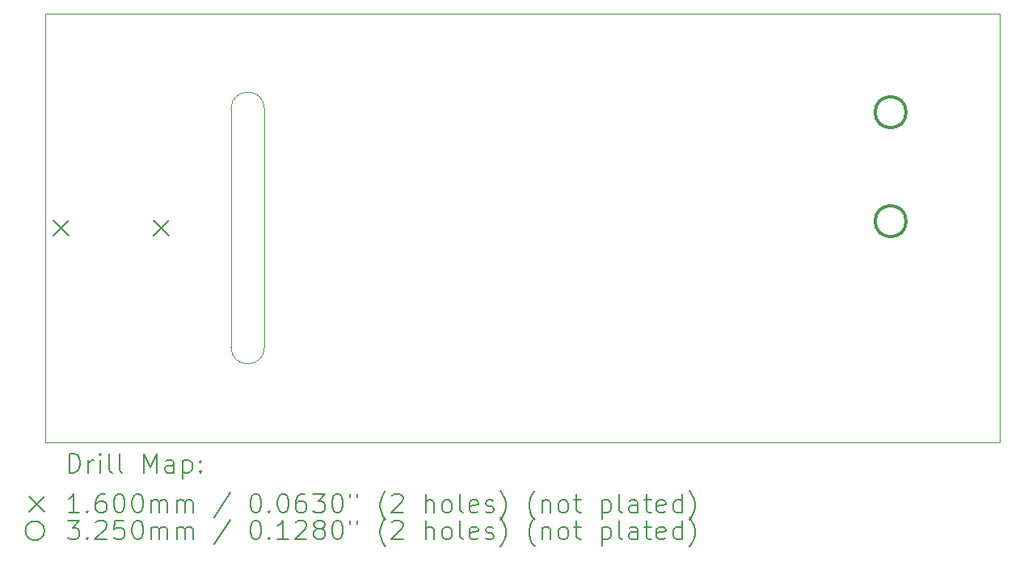
<source format=gbr>
%TF.GenerationSoftware,KiCad,Pcbnew,8.0.1*%
%TF.CreationDate,2024-03-27T20:13:24+01:00*%
%TF.ProjectId,ETH1HMSR-SMS,45544831-484d-4535-922d-534d532e6b69,rev?*%
%TF.SameCoordinates,Original*%
%TF.FileFunction,Drillmap*%
%TF.FilePolarity,Positive*%
%FSLAX45Y45*%
G04 Gerber Fmt 4.5, Leading zero omitted, Abs format (unit mm)*
G04 Created by KiCad (PCBNEW 8.0.1) date 2024-03-27 20:13:24*
%MOMM*%
%LPD*%
G01*
G04 APERTURE LIST*
%ADD10C,0.100000*%
%ADD11C,0.200000*%
%ADD12C,0.160000*%
%ADD13C,0.325000*%
G04 APERTURE END LIST*
D10*
X12300000Y-9500000D02*
X12300000Y-7000000D01*
X11950000Y-7000000D02*
X11950000Y-9500000D01*
X10000000Y-6000000D02*
X20000000Y-6000000D01*
X20000000Y-10500000D01*
X10000000Y-10500000D01*
X10000000Y-6000000D01*
X11950000Y-7000000D02*
G75*
G02*
X12300000Y-7000000I175000J0D01*
G01*
X12300000Y-9500000D02*
G75*
G02*
X11950000Y-9500000I-175000J0D01*
G01*
D11*
D12*
X10087000Y-8170000D02*
X10247000Y-8330000D01*
X10247000Y-8170000D02*
X10087000Y-8330000D01*
X11137000Y-8170000D02*
X11297000Y-8330000D01*
X11297000Y-8170000D02*
X11137000Y-8330000D01*
D13*
X19022000Y-7035800D02*
G75*
G02*
X18697000Y-7035800I-162500J0D01*
G01*
X18697000Y-7035800D02*
G75*
G02*
X19022000Y-7035800I162500J0D01*
G01*
X19022000Y-8178800D02*
G75*
G02*
X18697000Y-8178800I-162500J0D01*
G01*
X18697000Y-8178800D02*
G75*
G02*
X19022000Y-8178800I162500J0D01*
G01*
D11*
X10255777Y-10816484D02*
X10255777Y-10616484D01*
X10255777Y-10616484D02*
X10303396Y-10616484D01*
X10303396Y-10616484D02*
X10331967Y-10626008D01*
X10331967Y-10626008D02*
X10351015Y-10645055D01*
X10351015Y-10645055D02*
X10360539Y-10664103D01*
X10360539Y-10664103D02*
X10370063Y-10702198D01*
X10370063Y-10702198D02*
X10370063Y-10730770D01*
X10370063Y-10730770D02*
X10360539Y-10768865D01*
X10360539Y-10768865D02*
X10351015Y-10787912D01*
X10351015Y-10787912D02*
X10331967Y-10806960D01*
X10331967Y-10806960D02*
X10303396Y-10816484D01*
X10303396Y-10816484D02*
X10255777Y-10816484D01*
X10455777Y-10816484D02*
X10455777Y-10683150D01*
X10455777Y-10721246D02*
X10465301Y-10702198D01*
X10465301Y-10702198D02*
X10474824Y-10692674D01*
X10474824Y-10692674D02*
X10493872Y-10683150D01*
X10493872Y-10683150D02*
X10512920Y-10683150D01*
X10579586Y-10816484D02*
X10579586Y-10683150D01*
X10579586Y-10616484D02*
X10570063Y-10626008D01*
X10570063Y-10626008D02*
X10579586Y-10635531D01*
X10579586Y-10635531D02*
X10589110Y-10626008D01*
X10589110Y-10626008D02*
X10579586Y-10616484D01*
X10579586Y-10616484D02*
X10579586Y-10635531D01*
X10703396Y-10816484D02*
X10684348Y-10806960D01*
X10684348Y-10806960D02*
X10674824Y-10787912D01*
X10674824Y-10787912D02*
X10674824Y-10616484D01*
X10808158Y-10816484D02*
X10789110Y-10806960D01*
X10789110Y-10806960D02*
X10779586Y-10787912D01*
X10779586Y-10787912D02*
X10779586Y-10616484D01*
X11036729Y-10816484D02*
X11036729Y-10616484D01*
X11036729Y-10616484D02*
X11103396Y-10759341D01*
X11103396Y-10759341D02*
X11170063Y-10616484D01*
X11170063Y-10616484D02*
X11170063Y-10816484D01*
X11351015Y-10816484D02*
X11351015Y-10711722D01*
X11351015Y-10711722D02*
X11341491Y-10692674D01*
X11341491Y-10692674D02*
X11322443Y-10683150D01*
X11322443Y-10683150D02*
X11284348Y-10683150D01*
X11284348Y-10683150D02*
X11265301Y-10692674D01*
X11351015Y-10806960D02*
X11331967Y-10816484D01*
X11331967Y-10816484D02*
X11284348Y-10816484D01*
X11284348Y-10816484D02*
X11265301Y-10806960D01*
X11265301Y-10806960D02*
X11255777Y-10787912D01*
X11255777Y-10787912D02*
X11255777Y-10768865D01*
X11255777Y-10768865D02*
X11265301Y-10749817D01*
X11265301Y-10749817D02*
X11284348Y-10740293D01*
X11284348Y-10740293D02*
X11331967Y-10740293D01*
X11331967Y-10740293D02*
X11351015Y-10730770D01*
X11446253Y-10683150D02*
X11446253Y-10883150D01*
X11446253Y-10692674D02*
X11465301Y-10683150D01*
X11465301Y-10683150D02*
X11503396Y-10683150D01*
X11503396Y-10683150D02*
X11522443Y-10692674D01*
X11522443Y-10692674D02*
X11531967Y-10702198D01*
X11531967Y-10702198D02*
X11541491Y-10721246D01*
X11541491Y-10721246D02*
X11541491Y-10778389D01*
X11541491Y-10778389D02*
X11531967Y-10797436D01*
X11531967Y-10797436D02*
X11522443Y-10806960D01*
X11522443Y-10806960D02*
X11503396Y-10816484D01*
X11503396Y-10816484D02*
X11465301Y-10816484D01*
X11465301Y-10816484D02*
X11446253Y-10806960D01*
X11627205Y-10797436D02*
X11636729Y-10806960D01*
X11636729Y-10806960D02*
X11627205Y-10816484D01*
X11627205Y-10816484D02*
X11617682Y-10806960D01*
X11617682Y-10806960D02*
X11627205Y-10797436D01*
X11627205Y-10797436D02*
X11627205Y-10816484D01*
X11627205Y-10692674D02*
X11636729Y-10702198D01*
X11636729Y-10702198D02*
X11627205Y-10711722D01*
X11627205Y-10711722D02*
X11617682Y-10702198D01*
X11617682Y-10702198D02*
X11627205Y-10692674D01*
X11627205Y-10692674D02*
X11627205Y-10711722D01*
D12*
X9835000Y-11065000D02*
X9995000Y-11225000D01*
X9995000Y-11065000D02*
X9835000Y-11225000D01*
D11*
X10360539Y-11236484D02*
X10246253Y-11236484D01*
X10303396Y-11236484D02*
X10303396Y-11036484D01*
X10303396Y-11036484D02*
X10284348Y-11065055D01*
X10284348Y-11065055D02*
X10265301Y-11084103D01*
X10265301Y-11084103D02*
X10246253Y-11093627D01*
X10446253Y-11217436D02*
X10455777Y-11226960D01*
X10455777Y-11226960D02*
X10446253Y-11236484D01*
X10446253Y-11236484D02*
X10436729Y-11226960D01*
X10436729Y-11226960D02*
X10446253Y-11217436D01*
X10446253Y-11217436D02*
X10446253Y-11236484D01*
X10627205Y-11036484D02*
X10589110Y-11036484D01*
X10589110Y-11036484D02*
X10570063Y-11046008D01*
X10570063Y-11046008D02*
X10560539Y-11055531D01*
X10560539Y-11055531D02*
X10541491Y-11084103D01*
X10541491Y-11084103D02*
X10531967Y-11122198D01*
X10531967Y-11122198D02*
X10531967Y-11198388D01*
X10531967Y-11198388D02*
X10541491Y-11217436D01*
X10541491Y-11217436D02*
X10551015Y-11226960D01*
X10551015Y-11226960D02*
X10570063Y-11236484D01*
X10570063Y-11236484D02*
X10608158Y-11236484D01*
X10608158Y-11236484D02*
X10627205Y-11226960D01*
X10627205Y-11226960D02*
X10636729Y-11217436D01*
X10636729Y-11217436D02*
X10646253Y-11198388D01*
X10646253Y-11198388D02*
X10646253Y-11150770D01*
X10646253Y-11150770D02*
X10636729Y-11131722D01*
X10636729Y-11131722D02*
X10627205Y-11122198D01*
X10627205Y-11122198D02*
X10608158Y-11112674D01*
X10608158Y-11112674D02*
X10570063Y-11112674D01*
X10570063Y-11112674D02*
X10551015Y-11122198D01*
X10551015Y-11122198D02*
X10541491Y-11131722D01*
X10541491Y-11131722D02*
X10531967Y-11150770D01*
X10770063Y-11036484D02*
X10789110Y-11036484D01*
X10789110Y-11036484D02*
X10808158Y-11046008D01*
X10808158Y-11046008D02*
X10817682Y-11055531D01*
X10817682Y-11055531D02*
X10827205Y-11074579D01*
X10827205Y-11074579D02*
X10836729Y-11112674D01*
X10836729Y-11112674D02*
X10836729Y-11160293D01*
X10836729Y-11160293D02*
X10827205Y-11198388D01*
X10827205Y-11198388D02*
X10817682Y-11217436D01*
X10817682Y-11217436D02*
X10808158Y-11226960D01*
X10808158Y-11226960D02*
X10789110Y-11236484D01*
X10789110Y-11236484D02*
X10770063Y-11236484D01*
X10770063Y-11236484D02*
X10751015Y-11226960D01*
X10751015Y-11226960D02*
X10741491Y-11217436D01*
X10741491Y-11217436D02*
X10731967Y-11198388D01*
X10731967Y-11198388D02*
X10722444Y-11160293D01*
X10722444Y-11160293D02*
X10722444Y-11112674D01*
X10722444Y-11112674D02*
X10731967Y-11074579D01*
X10731967Y-11074579D02*
X10741491Y-11055531D01*
X10741491Y-11055531D02*
X10751015Y-11046008D01*
X10751015Y-11046008D02*
X10770063Y-11036484D01*
X10960539Y-11036484D02*
X10979586Y-11036484D01*
X10979586Y-11036484D02*
X10998634Y-11046008D01*
X10998634Y-11046008D02*
X11008158Y-11055531D01*
X11008158Y-11055531D02*
X11017682Y-11074579D01*
X11017682Y-11074579D02*
X11027205Y-11112674D01*
X11027205Y-11112674D02*
X11027205Y-11160293D01*
X11027205Y-11160293D02*
X11017682Y-11198388D01*
X11017682Y-11198388D02*
X11008158Y-11217436D01*
X11008158Y-11217436D02*
X10998634Y-11226960D01*
X10998634Y-11226960D02*
X10979586Y-11236484D01*
X10979586Y-11236484D02*
X10960539Y-11236484D01*
X10960539Y-11236484D02*
X10941491Y-11226960D01*
X10941491Y-11226960D02*
X10931967Y-11217436D01*
X10931967Y-11217436D02*
X10922444Y-11198388D01*
X10922444Y-11198388D02*
X10912920Y-11160293D01*
X10912920Y-11160293D02*
X10912920Y-11112674D01*
X10912920Y-11112674D02*
X10922444Y-11074579D01*
X10922444Y-11074579D02*
X10931967Y-11055531D01*
X10931967Y-11055531D02*
X10941491Y-11046008D01*
X10941491Y-11046008D02*
X10960539Y-11036484D01*
X11112920Y-11236484D02*
X11112920Y-11103150D01*
X11112920Y-11122198D02*
X11122444Y-11112674D01*
X11122444Y-11112674D02*
X11141491Y-11103150D01*
X11141491Y-11103150D02*
X11170063Y-11103150D01*
X11170063Y-11103150D02*
X11189110Y-11112674D01*
X11189110Y-11112674D02*
X11198634Y-11131722D01*
X11198634Y-11131722D02*
X11198634Y-11236484D01*
X11198634Y-11131722D02*
X11208158Y-11112674D01*
X11208158Y-11112674D02*
X11227205Y-11103150D01*
X11227205Y-11103150D02*
X11255777Y-11103150D01*
X11255777Y-11103150D02*
X11274824Y-11112674D01*
X11274824Y-11112674D02*
X11284348Y-11131722D01*
X11284348Y-11131722D02*
X11284348Y-11236484D01*
X11379586Y-11236484D02*
X11379586Y-11103150D01*
X11379586Y-11122198D02*
X11389110Y-11112674D01*
X11389110Y-11112674D02*
X11408158Y-11103150D01*
X11408158Y-11103150D02*
X11436729Y-11103150D01*
X11436729Y-11103150D02*
X11455777Y-11112674D01*
X11455777Y-11112674D02*
X11465301Y-11131722D01*
X11465301Y-11131722D02*
X11465301Y-11236484D01*
X11465301Y-11131722D02*
X11474824Y-11112674D01*
X11474824Y-11112674D02*
X11493872Y-11103150D01*
X11493872Y-11103150D02*
X11522443Y-11103150D01*
X11522443Y-11103150D02*
X11541491Y-11112674D01*
X11541491Y-11112674D02*
X11551015Y-11131722D01*
X11551015Y-11131722D02*
X11551015Y-11236484D01*
X11941491Y-11026960D02*
X11770063Y-11284103D01*
X12198634Y-11036484D02*
X12217682Y-11036484D01*
X12217682Y-11036484D02*
X12236729Y-11046008D01*
X12236729Y-11046008D02*
X12246253Y-11055531D01*
X12246253Y-11055531D02*
X12255777Y-11074579D01*
X12255777Y-11074579D02*
X12265301Y-11112674D01*
X12265301Y-11112674D02*
X12265301Y-11160293D01*
X12265301Y-11160293D02*
X12255777Y-11198388D01*
X12255777Y-11198388D02*
X12246253Y-11217436D01*
X12246253Y-11217436D02*
X12236729Y-11226960D01*
X12236729Y-11226960D02*
X12217682Y-11236484D01*
X12217682Y-11236484D02*
X12198634Y-11236484D01*
X12198634Y-11236484D02*
X12179586Y-11226960D01*
X12179586Y-11226960D02*
X12170063Y-11217436D01*
X12170063Y-11217436D02*
X12160539Y-11198388D01*
X12160539Y-11198388D02*
X12151015Y-11160293D01*
X12151015Y-11160293D02*
X12151015Y-11112674D01*
X12151015Y-11112674D02*
X12160539Y-11074579D01*
X12160539Y-11074579D02*
X12170063Y-11055531D01*
X12170063Y-11055531D02*
X12179586Y-11046008D01*
X12179586Y-11046008D02*
X12198634Y-11036484D01*
X12351015Y-11217436D02*
X12360539Y-11226960D01*
X12360539Y-11226960D02*
X12351015Y-11236484D01*
X12351015Y-11236484D02*
X12341491Y-11226960D01*
X12341491Y-11226960D02*
X12351015Y-11217436D01*
X12351015Y-11217436D02*
X12351015Y-11236484D01*
X12484348Y-11036484D02*
X12503396Y-11036484D01*
X12503396Y-11036484D02*
X12522444Y-11046008D01*
X12522444Y-11046008D02*
X12531967Y-11055531D01*
X12531967Y-11055531D02*
X12541491Y-11074579D01*
X12541491Y-11074579D02*
X12551015Y-11112674D01*
X12551015Y-11112674D02*
X12551015Y-11160293D01*
X12551015Y-11160293D02*
X12541491Y-11198388D01*
X12541491Y-11198388D02*
X12531967Y-11217436D01*
X12531967Y-11217436D02*
X12522444Y-11226960D01*
X12522444Y-11226960D02*
X12503396Y-11236484D01*
X12503396Y-11236484D02*
X12484348Y-11236484D01*
X12484348Y-11236484D02*
X12465301Y-11226960D01*
X12465301Y-11226960D02*
X12455777Y-11217436D01*
X12455777Y-11217436D02*
X12446253Y-11198388D01*
X12446253Y-11198388D02*
X12436729Y-11160293D01*
X12436729Y-11160293D02*
X12436729Y-11112674D01*
X12436729Y-11112674D02*
X12446253Y-11074579D01*
X12446253Y-11074579D02*
X12455777Y-11055531D01*
X12455777Y-11055531D02*
X12465301Y-11046008D01*
X12465301Y-11046008D02*
X12484348Y-11036484D01*
X12722444Y-11036484D02*
X12684348Y-11036484D01*
X12684348Y-11036484D02*
X12665301Y-11046008D01*
X12665301Y-11046008D02*
X12655777Y-11055531D01*
X12655777Y-11055531D02*
X12636729Y-11084103D01*
X12636729Y-11084103D02*
X12627206Y-11122198D01*
X12627206Y-11122198D02*
X12627206Y-11198388D01*
X12627206Y-11198388D02*
X12636729Y-11217436D01*
X12636729Y-11217436D02*
X12646253Y-11226960D01*
X12646253Y-11226960D02*
X12665301Y-11236484D01*
X12665301Y-11236484D02*
X12703396Y-11236484D01*
X12703396Y-11236484D02*
X12722444Y-11226960D01*
X12722444Y-11226960D02*
X12731967Y-11217436D01*
X12731967Y-11217436D02*
X12741491Y-11198388D01*
X12741491Y-11198388D02*
X12741491Y-11150770D01*
X12741491Y-11150770D02*
X12731967Y-11131722D01*
X12731967Y-11131722D02*
X12722444Y-11122198D01*
X12722444Y-11122198D02*
X12703396Y-11112674D01*
X12703396Y-11112674D02*
X12665301Y-11112674D01*
X12665301Y-11112674D02*
X12646253Y-11122198D01*
X12646253Y-11122198D02*
X12636729Y-11131722D01*
X12636729Y-11131722D02*
X12627206Y-11150770D01*
X12808158Y-11036484D02*
X12931967Y-11036484D01*
X12931967Y-11036484D02*
X12865301Y-11112674D01*
X12865301Y-11112674D02*
X12893872Y-11112674D01*
X12893872Y-11112674D02*
X12912920Y-11122198D01*
X12912920Y-11122198D02*
X12922444Y-11131722D01*
X12922444Y-11131722D02*
X12931967Y-11150770D01*
X12931967Y-11150770D02*
X12931967Y-11198388D01*
X12931967Y-11198388D02*
X12922444Y-11217436D01*
X12922444Y-11217436D02*
X12912920Y-11226960D01*
X12912920Y-11226960D02*
X12893872Y-11236484D01*
X12893872Y-11236484D02*
X12836729Y-11236484D01*
X12836729Y-11236484D02*
X12817682Y-11226960D01*
X12817682Y-11226960D02*
X12808158Y-11217436D01*
X13055777Y-11036484D02*
X13074825Y-11036484D01*
X13074825Y-11036484D02*
X13093872Y-11046008D01*
X13093872Y-11046008D02*
X13103396Y-11055531D01*
X13103396Y-11055531D02*
X13112920Y-11074579D01*
X13112920Y-11074579D02*
X13122444Y-11112674D01*
X13122444Y-11112674D02*
X13122444Y-11160293D01*
X13122444Y-11160293D02*
X13112920Y-11198388D01*
X13112920Y-11198388D02*
X13103396Y-11217436D01*
X13103396Y-11217436D02*
X13093872Y-11226960D01*
X13093872Y-11226960D02*
X13074825Y-11236484D01*
X13074825Y-11236484D02*
X13055777Y-11236484D01*
X13055777Y-11236484D02*
X13036729Y-11226960D01*
X13036729Y-11226960D02*
X13027206Y-11217436D01*
X13027206Y-11217436D02*
X13017682Y-11198388D01*
X13017682Y-11198388D02*
X13008158Y-11160293D01*
X13008158Y-11160293D02*
X13008158Y-11112674D01*
X13008158Y-11112674D02*
X13017682Y-11074579D01*
X13017682Y-11074579D02*
X13027206Y-11055531D01*
X13027206Y-11055531D02*
X13036729Y-11046008D01*
X13036729Y-11046008D02*
X13055777Y-11036484D01*
X13198634Y-11036484D02*
X13198634Y-11074579D01*
X13274825Y-11036484D02*
X13274825Y-11074579D01*
X13570063Y-11312674D02*
X13560539Y-11303150D01*
X13560539Y-11303150D02*
X13541491Y-11274579D01*
X13541491Y-11274579D02*
X13531968Y-11255531D01*
X13531968Y-11255531D02*
X13522444Y-11226960D01*
X13522444Y-11226960D02*
X13512920Y-11179341D01*
X13512920Y-11179341D02*
X13512920Y-11141246D01*
X13512920Y-11141246D02*
X13522444Y-11093627D01*
X13522444Y-11093627D02*
X13531968Y-11065055D01*
X13531968Y-11065055D02*
X13541491Y-11046008D01*
X13541491Y-11046008D02*
X13560539Y-11017436D01*
X13560539Y-11017436D02*
X13570063Y-11007912D01*
X13636729Y-11055531D02*
X13646253Y-11046008D01*
X13646253Y-11046008D02*
X13665301Y-11036484D01*
X13665301Y-11036484D02*
X13712920Y-11036484D01*
X13712920Y-11036484D02*
X13731968Y-11046008D01*
X13731968Y-11046008D02*
X13741491Y-11055531D01*
X13741491Y-11055531D02*
X13751015Y-11074579D01*
X13751015Y-11074579D02*
X13751015Y-11093627D01*
X13751015Y-11093627D02*
X13741491Y-11122198D01*
X13741491Y-11122198D02*
X13627206Y-11236484D01*
X13627206Y-11236484D02*
X13751015Y-11236484D01*
X13989110Y-11236484D02*
X13989110Y-11036484D01*
X14074825Y-11236484D02*
X14074825Y-11131722D01*
X14074825Y-11131722D02*
X14065301Y-11112674D01*
X14065301Y-11112674D02*
X14046253Y-11103150D01*
X14046253Y-11103150D02*
X14017682Y-11103150D01*
X14017682Y-11103150D02*
X13998634Y-11112674D01*
X13998634Y-11112674D02*
X13989110Y-11122198D01*
X14198634Y-11236484D02*
X14179587Y-11226960D01*
X14179587Y-11226960D02*
X14170063Y-11217436D01*
X14170063Y-11217436D02*
X14160539Y-11198388D01*
X14160539Y-11198388D02*
X14160539Y-11141246D01*
X14160539Y-11141246D02*
X14170063Y-11122198D01*
X14170063Y-11122198D02*
X14179587Y-11112674D01*
X14179587Y-11112674D02*
X14198634Y-11103150D01*
X14198634Y-11103150D02*
X14227206Y-11103150D01*
X14227206Y-11103150D02*
X14246253Y-11112674D01*
X14246253Y-11112674D02*
X14255777Y-11122198D01*
X14255777Y-11122198D02*
X14265301Y-11141246D01*
X14265301Y-11141246D02*
X14265301Y-11198388D01*
X14265301Y-11198388D02*
X14255777Y-11217436D01*
X14255777Y-11217436D02*
X14246253Y-11226960D01*
X14246253Y-11226960D02*
X14227206Y-11236484D01*
X14227206Y-11236484D02*
X14198634Y-11236484D01*
X14379587Y-11236484D02*
X14360539Y-11226960D01*
X14360539Y-11226960D02*
X14351015Y-11207912D01*
X14351015Y-11207912D02*
X14351015Y-11036484D01*
X14531968Y-11226960D02*
X14512920Y-11236484D01*
X14512920Y-11236484D02*
X14474825Y-11236484D01*
X14474825Y-11236484D02*
X14455777Y-11226960D01*
X14455777Y-11226960D02*
X14446253Y-11207912D01*
X14446253Y-11207912D02*
X14446253Y-11131722D01*
X14446253Y-11131722D02*
X14455777Y-11112674D01*
X14455777Y-11112674D02*
X14474825Y-11103150D01*
X14474825Y-11103150D02*
X14512920Y-11103150D01*
X14512920Y-11103150D02*
X14531968Y-11112674D01*
X14531968Y-11112674D02*
X14541491Y-11131722D01*
X14541491Y-11131722D02*
X14541491Y-11150770D01*
X14541491Y-11150770D02*
X14446253Y-11169817D01*
X14617682Y-11226960D02*
X14636730Y-11236484D01*
X14636730Y-11236484D02*
X14674825Y-11236484D01*
X14674825Y-11236484D02*
X14693872Y-11226960D01*
X14693872Y-11226960D02*
X14703396Y-11207912D01*
X14703396Y-11207912D02*
X14703396Y-11198388D01*
X14703396Y-11198388D02*
X14693872Y-11179341D01*
X14693872Y-11179341D02*
X14674825Y-11169817D01*
X14674825Y-11169817D02*
X14646253Y-11169817D01*
X14646253Y-11169817D02*
X14627206Y-11160293D01*
X14627206Y-11160293D02*
X14617682Y-11141246D01*
X14617682Y-11141246D02*
X14617682Y-11131722D01*
X14617682Y-11131722D02*
X14627206Y-11112674D01*
X14627206Y-11112674D02*
X14646253Y-11103150D01*
X14646253Y-11103150D02*
X14674825Y-11103150D01*
X14674825Y-11103150D02*
X14693872Y-11112674D01*
X14770063Y-11312674D02*
X14779587Y-11303150D01*
X14779587Y-11303150D02*
X14798634Y-11274579D01*
X14798634Y-11274579D02*
X14808158Y-11255531D01*
X14808158Y-11255531D02*
X14817682Y-11226960D01*
X14817682Y-11226960D02*
X14827206Y-11179341D01*
X14827206Y-11179341D02*
X14827206Y-11141246D01*
X14827206Y-11141246D02*
X14817682Y-11093627D01*
X14817682Y-11093627D02*
X14808158Y-11065055D01*
X14808158Y-11065055D02*
X14798634Y-11046008D01*
X14798634Y-11046008D02*
X14779587Y-11017436D01*
X14779587Y-11017436D02*
X14770063Y-11007912D01*
X15131968Y-11312674D02*
X15122444Y-11303150D01*
X15122444Y-11303150D02*
X15103396Y-11274579D01*
X15103396Y-11274579D02*
X15093872Y-11255531D01*
X15093872Y-11255531D02*
X15084349Y-11226960D01*
X15084349Y-11226960D02*
X15074825Y-11179341D01*
X15074825Y-11179341D02*
X15074825Y-11141246D01*
X15074825Y-11141246D02*
X15084349Y-11093627D01*
X15084349Y-11093627D02*
X15093872Y-11065055D01*
X15093872Y-11065055D02*
X15103396Y-11046008D01*
X15103396Y-11046008D02*
X15122444Y-11017436D01*
X15122444Y-11017436D02*
X15131968Y-11007912D01*
X15208158Y-11103150D02*
X15208158Y-11236484D01*
X15208158Y-11122198D02*
X15217682Y-11112674D01*
X15217682Y-11112674D02*
X15236730Y-11103150D01*
X15236730Y-11103150D02*
X15265301Y-11103150D01*
X15265301Y-11103150D02*
X15284349Y-11112674D01*
X15284349Y-11112674D02*
X15293872Y-11131722D01*
X15293872Y-11131722D02*
X15293872Y-11236484D01*
X15417682Y-11236484D02*
X15398634Y-11226960D01*
X15398634Y-11226960D02*
X15389111Y-11217436D01*
X15389111Y-11217436D02*
X15379587Y-11198388D01*
X15379587Y-11198388D02*
X15379587Y-11141246D01*
X15379587Y-11141246D02*
X15389111Y-11122198D01*
X15389111Y-11122198D02*
X15398634Y-11112674D01*
X15398634Y-11112674D02*
X15417682Y-11103150D01*
X15417682Y-11103150D02*
X15446253Y-11103150D01*
X15446253Y-11103150D02*
X15465301Y-11112674D01*
X15465301Y-11112674D02*
X15474825Y-11122198D01*
X15474825Y-11122198D02*
X15484349Y-11141246D01*
X15484349Y-11141246D02*
X15484349Y-11198388D01*
X15484349Y-11198388D02*
X15474825Y-11217436D01*
X15474825Y-11217436D02*
X15465301Y-11226960D01*
X15465301Y-11226960D02*
X15446253Y-11236484D01*
X15446253Y-11236484D02*
X15417682Y-11236484D01*
X15541492Y-11103150D02*
X15617682Y-11103150D01*
X15570063Y-11036484D02*
X15570063Y-11207912D01*
X15570063Y-11207912D02*
X15579587Y-11226960D01*
X15579587Y-11226960D02*
X15598634Y-11236484D01*
X15598634Y-11236484D02*
X15617682Y-11236484D01*
X15836730Y-11103150D02*
X15836730Y-11303150D01*
X15836730Y-11112674D02*
X15855777Y-11103150D01*
X15855777Y-11103150D02*
X15893873Y-11103150D01*
X15893873Y-11103150D02*
X15912920Y-11112674D01*
X15912920Y-11112674D02*
X15922444Y-11122198D01*
X15922444Y-11122198D02*
X15931968Y-11141246D01*
X15931968Y-11141246D02*
X15931968Y-11198388D01*
X15931968Y-11198388D02*
X15922444Y-11217436D01*
X15922444Y-11217436D02*
X15912920Y-11226960D01*
X15912920Y-11226960D02*
X15893873Y-11236484D01*
X15893873Y-11236484D02*
X15855777Y-11236484D01*
X15855777Y-11236484D02*
X15836730Y-11226960D01*
X16046253Y-11236484D02*
X16027206Y-11226960D01*
X16027206Y-11226960D02*
X16017682Y-11207912D01*
X16017682Y-11207912D02*
X16017682Y-11036484D01*
X16208158Y-11236484D02*
X16208158Y-11131722D01*
X16208158Y-11131722D02*
X16198634Y-11112674D01*
X16198634Y-11112674D02*
X16179587Y-11103150D01*
X16179587Y-11103150D02*
X16141492Y-11103150D01*
X16141492Y-11103150D02*
X16122444Y-11112674D01*
X16208158Y-11226960D02*
X16189111Y-11236484D01*
X16189111Y-11236484D02*
X16141492Y-11236484D01*
X16141492Y-11236484D02*
X16122444Y-11226960D01*
X16122444Y-11226960D02*
X16112920Y-11207912D01*
X16112920Y-11207912D02*
X16112920Y-11188865D01*
X16112920Y-11188865D02*
X16122444Y-11169817D01*
X16122444Y-11169817D02*
X16141492Y-11160293D01*
X16141492Y-11160293D02*
X16189111Y-11160293D01*
X16189111Y-11160293D02*
X16208158Y-11150770D01*
X16274825Y-11103150D02*
X16351015Y-11103150D01*
X16303396Y-11036484D02*
X16303396Y-11207912D01*
X16303396Y-11207912D02*
X16312920Y-11226960D01*
X16312920Y-11226960D02*
X16331968Y-11236484D01*
X16331968Y-11236484D02*
X16351015Y-11236484D01*
X16493873Y-11226960D02*
X16474825Y-11236484D01*
X16474825Y-11236484D02*
X16436730Y-11236484D01*
X16436730Y-11236484D02*
X16417682Y-11226960D01*
X16417682Y-11226960D02*
X16408158Y-11207912D01*
X16408158Y-11207912D02*
X16408158Y-11131722D01*
X16408158Y-11131722D02*
X16417682Y-11112674D01*
X16417682Y-11112674D02*
X16436730Y-11103150D01*
X16436730Y-11103150D02*
X16474825Y-11103150D01*
X16474825Y-11103150D02*
X16493873Y-11112674D01*
X16493873Y-11112674D02*
X16503396Y-11131722D01*
X16503396Y-11131722D02*
X16503396Y-11150770D01*
X16503396Y-11150770D02*
X16408158Y-11169817D01*
X16674825Y-11236484D02*
X16674825Y-11036484D01*
X16674825Y-11226960D02*
X16655777Y-11236484D01*
X16655777Y-11236484D02*
X16617682Y-11236484D01*
X16617682Y-11236484D02*
X16598634Y-11226960D01*
X16598634Y-11226960D02*
X16589111Y-11217436D01*
X16589111Y-11217436D02*
X16579587Y-11198388D01*
X16579587Y-11198388D02*
X16579587Y-11141246D01*
X16579587Y-11141246D02*
X16589111Y-11122198D01*
X16589111Y-11122198D02*
X16598634Y-11112674D01*
X16598634Y-11112674D02*
X16617682Y-11103150D01*
X16617682Y-11103150D02*
X16655777Y-11103150D01*
X16655777Y-11103150D02*
X16674825Y-11112674D01*
X16751015Y-11312674D02*
X16760539Y-11303150D01*
X16760539Y-11303150D02*
X16779587Y-11274579D01*
X16779587Y-11274579D02*
X16789111Y-11255531D01*
X16789111Y-11255531D02*
X16798635Y-11226960D01*
X16798635Y-11226960D02*
X16808158Y-11179341D01*
X16808158Y-11179341D02*
X16808158Y-11141246D01*
X16808158Y-11141246D02*
X16798635Y-11093627D01*
X16798635Y-11093627D02*
X16789111Y-11065055D01*
X16789111Y-11065055D02*
X16779587Y-11046008D01*
X16779587Y-11046008D02*
X16760539Y-11017436D01*
X16760539Y-11017436D02*
X16751015Y-11007912D01*
X9995000Y-11425000D02*
G75*
G02*
X9795000Y-11425000I-100000J0D01*
G01*
X9795000Y-11425000D02*
G75*
G02*
X9995000Y-11425000I100000J0D01*
G01*
X10236729Y-11316484D02*
X10360539Y-11316484D01*
X10360539Y-11316484D02*
X10293872Y-11392674D01*
X10293872Y-11392674D02*
X10322444Y-11392674D01*
X10322444Y-11392674D02*
X10341491Y-11402198D01*
X10341491Y-11402198D02*
X10351015Y-11411722D01*
X10351015Y-11411722D02*
X10360539Y-11430769D01*
X10360539Y-11430769D02*
X10360539Y-11478388D01*
X10360539Y-11478388D02*
X10351015Y-11497436D01*
X10351015Y-11497436D02*
X10341491Y-11506960D01*
X10341491Y-11506960D02*
X10322444Y-11516484D01*
X10322444Y-11516484D02*
X10265301Y-11516484D01*
X10265301Y-11516484D02*
X10246253Y-11506960D01*
X10246253Y-11506960D02*
X10236729Y-11497436D01*
X10446253Y-11497436D02*
X10455777Y-11506960D01*
X10455777Y-11506960D02*
X10446253Y-11516484D01*
X10446253Y-11516484D02*
X10436729Y-11506960D01*
X10436729Y-11506960D02*
X10446253Y-11497436D01*
X10446253Y-11497436D02*
X10446253Y-11516484D01*
X10531967Y-11335531D02*
X10541491Y-11326008D01*
X10541491Y-11326008D02*
X10560539Y-11316484D01*
X10560539Y-11316484D02*
X10608158Y-11316484D01*
X10608158Y-11316484D02*
X10627205Y-11326008D01*
X10627205Y-11326008D02*
X10636729Y-11335531D01*
X10636729Y-11335531D02*
X10646253Y-11354579D01*
X10646253Y-11354579D02*
X10646253Y-11373627D01*
X10646253Y-11373627D02*
X10636729Y-11402198D01*
X10636729Y-11402198D02*
X10522444Y-11516484D01*
X10522444Y-11516484D02*
X10646253Y-11516484D01*
X10827205Y-11316484D02*
X10731967Y-11316484D01*
X10731967Y-11316484D02*
X10722444Y-11411722D01*
X10722444Y-11411722D02*
X10731967Y-11402198D01*
X10731967Y-11402198D02*
X10751015Y-11392674D01*
X10751015Y-11392674D02*
X10798634Y-11392674D01*
X10798634Y-11392674D02*
X10817682Y-11402198D01*
X10817682Y-11402198D02*
X10827205Y-11411722D01*
X10827205Y-11411722D02*
X10836729Y-11430769D01*
X10836729Y-11430769D02*
X10836729Y-11478388D01*
X10836729Y-11478388D02*
X10827205Y-11497436D01*
X10827205Y-11497436D02*
X10817682Y-11506960D01*
X10817682Y-11506960D02*
X10798634Y-11516484D01*
X10798634Y-11516484D02*
X10751015Y-11516484D01*
X10751015Y-11516484D02*
X10731967Y-11506960D01*
X10731967Y-11506960D02*
X10722444Y-11497436D01*
X10960539Y-11316484D02*
X10979586Y-11316484D01*
X10979586Y-11316484D02*
X10998634Y-11326008D01*
X10998634Y-11326008D02*
X11008158Y-11335531D01*
X11008158Y-11335531D02*
X11017682Y-11354579D01*
X11017682Y-11354579D02*
X11027205Y-11392674D01*
X11027205Y-11392674D02*
X11027205Y-11440293D01*
X11027205Y-11440293D02*
X11017682Y-11478388D01*
X11017682Y-11478388D02*
X11008158Y-11497436D01*
X11008158Y-11497436D02*
X10998634Y-11506960D01*
X10998634Y-11506960D02*
X10979586Y-11516484D01*
X10979586Y-11516484D02*
X10960539Y-11516484D01*
X10960539Y-11516484D02*
X10941491Y-11506960D01*
X10941491Y-11506960D02*
X10931967Y-11497436D01*
X10931967Y-11497436D02*
X10922444Y-11478388D01*
X10922444Y-11478388D02*
X10912920Y-11440293D01*
X10912920Y-11440293D02*
X10912920Y-11392674D01*
X10912920Y-11392674D02*
X10922444Y-11354579D01*
X10922444Y-11354579D02*
X10931967Y-11335531D01*
X10931967Y-11335531D02*
X10941491Y-11326008D01*
X10941491Y-11326008D02*
X10960539Y-11316484D01*
X11112920Y-11516484D02*
X11112920Y-11383150D01*
X11112920Y-11402198D02*
X11122444Y-11392674D01*
X11122444Y-11392674D02*
X11141491Y-11383150D01*
X11141491Y-11383150D02*
X11170063Y-11383150D01*
X11170063Y-11383150D02*
X11189110Y-11392674D01*
X11189110Y-11392674D02*
X11198634Y-11411722D01*
X11198634Y-11411722D02*
X11198634Y-11516484D01*
X11198634Y-11411722D02*
X11208158Y-11392674D01*
X11208158Y-11392674D02*
X11227205Y-11383150D01*
X11227205Y-11383150D02*
X11255777Y-11383150D01*
X11255777Y-11383150D02*
X11274824Y-11392674D01*
X11274824Y-11392674D02*
X11284348Y-11411722D01*
X11284348Y-11411722D02*
X11284348Y-11516484D01*
X11379586Y-11516484D02*
X11379586Y-11383150D01*
X11379586Y-11402198D02*
X11389110Y-11392674D01*
X11389110Y-11392674D02*
X11408158Y-11383150D01*
X11408158Y-11383150D02*
X11436729Y-11383150D01*
X11436729Y-11383150D02*
X11455777Y-11392674D01*
X11455777Y-11392674D02*
X11465301Y-11411722D01*
X11465301Y-11411722D02*
X11465301Y-11516484D01*
X11465301Y-11411722D02*
X11474824Y-11392674D01*
X11474824Y-11392674D02*
X11493872Y-11383150D01*
X11493872Y-11383150D02*
X11522443Y-11383150D01*
X11522443Y-11383150D02*
X11541491Y-11392674D01*
X11541491Y-11392674D02*
X11551015Y-11411722D01*
X11551015Y-11411722D02*
X11551015Y-11516484D01*
X11941491Y-11306960D02*
X11770063Y-11564103D01*
X12198634Y-11316484D02*
X12217682Y-11316484D01*
X12217682Y-11316484D02*
X12236729Y-11326008D01*
X12236729Y-11326008D02*
X12246253Y-11335531D01*
X12246253Y-11335531D02*
X12255777Y-11354579D01*
X12255777Y-11354579D02*
X12265301Y-11392674D01*
X12265301Y-11392674D02*
X12265301Y-11440293D01*
X12265301Y-11440293D02*
X12255777Y-11478388D01*
X12255777Y-11478388D02*
X12246253Y-11497436D01*
X12246253Y-11497436D02*
X12236729Y-11506960D01*
X12236729Y-11506960D02*
X12217682Y-11516484D01*
X12217682Y-11516484D02*
X12198634Y-11516484D01*
X12198634Y-11516484D02*
X12179586Y-11506960D01*
X12179586Y-11506960D02*
X12170063Y-11497436D01*
X12170063Y-11497436D02*
X12160539Y-11478388D01*
X12160539Y-11478388D02*
X12151015Y-11440293D01*
X12151015Y-11440293D02*
X12151015Y-11392674D01*
X12151015Y-11392674D02*
X12160539Y-11354579D01*
X12160539Y-11354579D02*
X12170063Y-11335531D01*
X12170063Y-11335531D02*
X12179586Y-11326008D01*
X12179586Y-11326008D02*
X12198634Y-11316484D01*
X12351015Y-11497436D02*
X12360539Y-11506960D01*
X12360539Y-11506960D02*
X12351015Y-11516484D01*
X12351015Y-11516484D02*
X12341491Y-11506960D01*
X12341491Y-11506960D02*
X12351015Y-11497436D01*
X12351015Y-11497436D02*
X12351015Y-11516484D01*
X12551015Y-11516484D02*
X12436729Y-11516484D01*
X12493872Y-11516484D02*
X12493872Y-11316484D01*
X12493872Y-11316484D02*
X12474825Y-11345055D01*
X12474825Y-11345055D02*
X12455777Y-11364103D01*
X12455777Y-11364103D02*
X12436729Y-11373627D01*
X12627206Y-11335531D02*
X12636729Y-11326008D01*
X12636729Y-11326008D02*
X12655777Y-11316484D01*
X12655777Y-11316484D02*
X12703396Y-11316484D01*
X12703396Y-11316484D02*
X12722444Y-11326008D01*
X12722444Y-11326008D02*
X12731967Y-11335531D01*
X12731967Y-11335531D02*
X12741491Y-11354579D01*
X12741491Y-11354579D02*
X12741491Y-11373627D01*
X12741491Y-11373627D02*
X12731967Y-11402198D01*
X12731967Y-11402198D02*
X12617682Y-11516484D01*
X12617682Y-11516484D02*
X12741491Y-11516484D01*
X12855777Y-11402198D02*
X12836729Y-11392674D01*
X12836729Y-11392674D02*
X12827206Y-11383150D01*
X12827206Y-11383150D02*
X12817682Y-11364103D01*
X12817682Y-11364103D02*
X12817682Y-11354579D01*
X12817682Y-11354579D02*
X12827206Y-11335531D01*
X12827206Y-11335531D02*
X12836729Y-11326008D01*
X12836729Y-11326008D02*
X12855777Y-11316484D01*
X12855777Y-11316484D02*
X12893872Y-11316484D01*
X12893872Y-11316484D02*
X12912920Y-11326008D01*
X12912920Y-11326008D02*
X12922444Y-11335531D01*
X12922444Y-11335531D02*
X12931967Y-11354579D01*
X12931967Y-11354579D02*
X12931967Y-11364103D01*
X12931967Y-11364103D02*
X12922444Y-11383150D01*
X12922444Y-11383150D02*
X12912920Y-11392674D01*
X12912920Y-11392674D02*
X12893872Y-11402198D01*
X12893872Y-11402198D02*
X12855777Y-11402198D01*
X12855777Y-11402198D02*
X12836729Y-11411722D01*
X12836729Y-11411722D02*
X12827206Y-11421246D01*
X12827206Y-11421246D02*
X12817682Y-11440293D01*
X12817682Y-11440293D02*
X12817682Y-11478388D01*
X12817682Y-11478388D02*
X12827206Y-11497436D01*
X12827206Y-11497436D02*
X12836729Y-11506960D01*
X12836729Y-11506960D02*
X12855777Y-11516484D01*
X12855777Y-11516484D02*
X12893872Y-11516484D01*
X12893872Y-11516484D02*
X12912920Y-11506960D01*
X12912920Y-11506960D02*
X12922444Y-11497436D01*
X12922444Y-11497436D02*
X12931967Y-11478388D01*
X12931967Y-11478388D02*
X12931967Y-11440293D01*
X12931967Y-11440293D02*
X12922444Y-11421246D01*
X12922444Y-11421246D02*
X12912920Y-11411722D01*
X12912920Y-11411722D02*
X12893872Y-11402198D01*
X13055777Y-11316484D02*
X13074825Y-11316484D01*
X13074825Y-11316484D02*
X13093872Y-11326008D01*
X13093872Y-11326008D02*
X13103396Y-11335531D01*
X13103396Y-11335531D02*
X13112920Y-11354579D01*
X13112920Y-11354579D02*
X13122444Y-11392674D01*
X13122444Y-11392674D02*
X13122444Y-11440293D01*
X13122444Y-11440293D02*
X13112920Y-11478388D01*
X13112920Y-11478388D02*
X13103396Y-11497436D01*
X13103396Y-11497436D02*
X13093872Y-11506960D01*
X13093872Y-11506960D02*
X13074825Y-11516484D01*
X13074825Y-11516484D02*
X13055777Y-11516484D01*
X13055777Y-11516484D02*
X13036729Y-11506960D01*
X13036729Y-11506960D02*
X13027206Y-11497436D01*
X13027206Y-11497436D02*
X13017682Y-11478388D01*
X13017682Y-11478388D02*
X13008158Y-11440293D01*
X13008158Y-11440293D02*
X13008158Y-11392674D01*
X13008158Y-11392674D02*
X13017682Y-11354579D01*
X13017682Y-11354579D02*
X13027206Y-11335531D01*
X13027206Y-11335531D02*
X13036729Y-11326008D01*
X13036729Y-11326008D02*
X13055777Y-11316484D01*
X13198634Y-11316484D02*
X13198634Y-11354579D01*
X13274825Y-11316484D02*
X13274825Y-11354579D01*
X13570063Y-11592674D02*
X13560539Y-11583150D01*
X13560539Y-11583150D02*
X13541491Y-11554579D01*
X13541491Y-11554579D02*
X13531968Y-11535531D01*
X13531968Y-11535531D02*
X13522444Y-11506960D01*
X13522444Y-11506960D02*
X13512920Y-11459341D01*
X13512920Y-11459341D02*
X13512920Y-11421246D01*
X13512920Y-11421246D02*
X13522444Y-11373627D01*
X13522444Y-11373627D02*
X13531968Y-11345055D01*
X13531968Y-11345055D02*
X13541491Y-11326008D01*
X13541491Y-11326008D02*
X13560539Y-11297436D01*
X13560539Y-11297436D02*
X13570063Y-11287912D01*
X13636729Y-11335531D02*
X13646253Y-11326008D01*
X13646253Y-11326008D02*
X13665301Y-11316484D01*
X13665301Y-11316484D02*
X13712920Y-11316484D01*
X13712920Y-11316484D02*
X13731968Y-11326008D01*
X13731968Y-11326008D02*
X13741491Y-11335531D01*
X13741491Y-11335531D02*
X13751015Y-11354579D01*
X13751015Y-11354579D02*
X13751015Y-11373627D01*
X13751015Y-11373627D02*
X13741491Y-11402198D01*
X13741491Y-11402198D02*
X13627206Y-11516484D01*
X13627206Y-11516484D02*
X13751015Y-11516484D01*
X13989110Y-11516484D02*
X13989110Y-11316484D01*
X14074825Y-11516484D02*
X14074825Y-11411722D01*
X14074825Y-11411722D02*
X14065301Y-11392674D01*
X14065301Y-11392674D02*
X14046253Y-11383150D01*
X14046253Y-11383150D02*
X14017682Y-11383150D01*
X14017682Y-11383150D02*
X13998634Y-11392674D01*
X13998634Y-11392674D02*
X13989110Y-11402198D01*
X14198634Y-11516484D02*
X14179587Y-11506960D01*
X14179587Y-11506960D02*
X14170063Y-11497436D01*
X14170063Y-11497436D02*
X14160539Y-11478388D01*
X14160539Y-11478388D02*
X14160539Y-11421246D01*
X14160539Y-11421246D02*
X14170063Y-11402198D01*
X14170063Y-11402198D02*
X14179587Y-11392674D01*
X14179587Y-11392674D02*
X14198634Y-11383150D01*
X14198634Y-11383150D02*
X14227206Y-11383150D01*
X14227206Y-11383150D02*
X14246253Y-11392674D01*
X14246253Y-11392674D02*
X14255777Y-11402198D01*
X14255777Y-11402198D02*
X14265301Y-11421246D01*
X14265301Y-11421246D02*
X14265301Y-11478388D01*
X14265301Y-11478388D02*
X14255777Y-11497436D01*
X14255777Y-11497436D02*
X14246253Y-11506960D01*
X14246253Y-11506960D02*
X14227206Y-11516484D01*
X14227206Y-11516484D02*
X14198634Y-11516484D01*
X14379587Y-11516484D02*
X14360539Y-11506960D01*
X14360539Y-11506960D02*
X14351015Y-11487912D01*
X14351015Y-11487912D02*
X14351015Y-11316484D01*
X14531968Y-11506960D02*
X14512920Y-11516484D01*
X14512920Y-11516484D02*
X14474825Y-11516484D01*
X14474825Y-11516484D02*
X14455777Y-11506960D01*
X14455777Y-11506960D02*
X14446253Y-11487912D01*
X14446253Y-11487912D02*
X14446253Y-11411722D01*
X14446253Y-11411722D02*
X14455777Y-11392674D01*
X14455777Y-11392674D02*
X14474825Y-11383150D01*
X14474825Y-11383150D02*
X14512920Y-11383150D01*
X14512920Y-11383150D02*
X14531968Y-11392674D01*
X14531968Y-11392674D02*
X14541491Y-11411722D01*
X14541491Y-11411722D02*
X14541491Y-11430769D01*
X14541491Y-11430769D02*
X14446253Y-11449817D01*
X14617682Y-11506960D02*
X14636730Y-11516484D01*
X14636730Y-11516484D02*
X14674825Y-11516484D01*
X14674825Y-11516484D02*
X14693872Y-11506960D01*
X14693872Y-11506960D02*
X14703396Y-11487912D01*
X14703396Y-11487912D02*
X14703396Y-11478388D01*
X14703396Y-11478388D02*
X14693872Y-11459341D01*
X14693872Y-11459341D02*
X14674825Y-11449817D01*
X14674825Y-11449817D02*
X14646253Y-11449817D01*
X14646253Y-11449817D02*
X14627206Y-11440293D01*
X14627206Y-11440293D02*
X14617682Y-11421246D01*
X14617682Y-11421246D02*
X14617682Y-11411722D01*
X14617682Y-11411722D02*
X14627206Y-11392674D01*
X14627206Y-11392674D02*
X14646253Y-11383150D01*
X14646253Y-11383150D02*
X14674825Y-11383150D01*
X14674825Y-11383150D02*
X14693872Y-11392674D01*
X14770063Y-11592674D02*
X14779587Y-11583150D01*
X14779587Y-11583150D02*
X14798634Y-11554579D01*
X14798634Y-11554579D02*
X14808158Y-11535531D01*
X14808158Y-11535531D02*
X14817682Y-11506960D01*
X14817682Y-11506960D02*
X14827206Y-11459341D01*
X14827206Y-11459341D02*
X14827206Y-11421246D01*
X14827206Y-11421246D02*
X14817682Y-11373627D01*
X14817682Y-11373627D02*
X14808158Y-11345055D01*
X14808158Y-11345055D02*
X14798634Y-11326008D01*
X14798634Y-11326008D02*
X14779587Y-11297436D01*
X14779587Y-11297436D02*
X14770063Y-11287912D01*
X15131968Y-11592674D02*
X15122444Y-11583150D01*
X15122444Y-11583150D02*
X15103396Y-11554579D01*
X15103396Y-11554579D02*
X15093872Y-11535531D01*
X15093872Y-11535531D02*
X15084349Y-11506960D01*
X15084349Y-11506960D02*
X15074825Y-11459341D01*
X15074825Y-11459341D02*
X15074825Y-11421246D01*
X15074825Y-11421246D02*
X15084349Y-11373627D01*
X15084349Y-11373627D02*
X15093872Y-11345055D01*
X15093872Y-11345055D02*
X15103396Y-11326008D01*
X15103396Y-11326008D02*
X15122444Y-11297436D01*
X15122444Y-11297436D02*
X15131968Y-11287912D01*
X15208158Y-11383150D02*
X15208158Y-11516484D01*
X15208158Y-11402198D02*
X15217682Y-11392674D01*
X15217682Y-11392674D02*
X15236730Y-11383150D01*
X15236730Y-11383150D02*
X15265301Y-11383150D01*
X15265301Y-11383150D02*
X15284349Y-11392674D01*
X15284349Y-11392674D02*
X15293872Y-11411722D01*
X15293872Y-11411722D02*
X15293872Y-11516484D01*
X15417682Y-11516484D02*
X15398634Y-11506960D01*
X15398634Y-11506960D02*
X15389111Y-11497436D01*
X15389111Y-11497436D02*
X15379587Y-11478388D01*
X15379587Y-11478388D02*
X15379587Y-11421246D01*
X15379587Y-11421246D02*
X15389111Y-11402198D01*
X15389111Y-11402198D02*
X15398634Y-11392674D01*
X15398634Y-11392674D02*
X15417682Y-11383150D01*
X15417682Y-11383150D02*
X15446253Y-11383150D01*
X15446253Y-11383150D02*
X15465301Y-11392674D01*
X15465301Y-11392674D02*
X15474825Y-11402198D01*
X15474825Y-11402198D02*
X15484349Y-11421246D01*
X15484349Y-11421246D02*
X15484349Y-11478388D01*
X15484349Y-11478388D02*
X15474825Y-11497436D01*
X15474825Y-11497436D02*
X15465301Y-11506960D01*
X15465301Y-11506960D02*
X15446253Y-11516484D01*
X15446253Y-11516484D02*
X15417682Y-11516484D01*
X15541492Y-11383150D02*
X15617682Y-11383150D01*
X15570063Y-11316484D02*
X15570063Y-11487912D01*
X15570063Y-11487912D02*
X15579587Y-11506960D01*
X15579587Y-11506960D02*
X15598634Y-11516484D01*
X15598634Y-11516484D02*
X15617682Y-11516484D01*
X15836730Y-11383150D02*
X15836730Y-11583150D01*
X15836730Y-11392674D02*
X15855777Y-11383150D01*
X15855777Y-11383150D02*
X15893873Y-11383150D01*
X15893873Y-11383150D02*
X15912920Y-11392674D01*
X15912920Y-11392674D02*
X15922444Y-11402198D01*
X15922444Y-11402198D02*
X15931968Y-11421246D01*
X15931968Y-11421246D02*
X15931968Y-11478388D01*
X15931968Y-11478388D02*
X15922444Y-11497436D01*
X15922444Y-11497436D02*
X15912920Y-11506960D01*
X15912920Y-11506960D02*
X15893873Y-11516484D01*
X15893873Y-11516484D02*
X15855777Y-11516484D01*
X15855777Y-11516484D02*
X15836730Y-11506960D01*
X16046253Y-11516484D02*
X16027206Y-11506960D01*
X16027206Y-11506960D02*
X16017682Y-11487912D01*
X16017682Y-11487912D02*
X16017682Y-11316484D01*
X16208158Y-11516484D02*
X16208158Y-11411722D01*
X16208158Y-11411722D02*
X16198634Y-11392674D01*
X16198634Y-11392674D02*
X16179587Y-11383150D01*
X16179587Y-11383150D02*
X16141492Y-11383150D01*
X16141492Y-11383150D02*
X16122444Y-11392674D01*
X16208158Y-11506960D02*
X16189111Y-11516484D01*
X16189111Y-11516484D02*
X16141492Y-11516484D01*
X16141492Y-11516484D02*
X16122444Y-11506960D01*
X16122444Y-11506960D02*
X16112920Y-11487912D01*
X16112920Y-11487912D02*
X16112920Y-11468865D01*
X16112920Y-11468865D02*
X16122444Y-11449817D01*
X16122444Y-11449817D02*
X16141492Y-11440293D01*
X16141492Y-11440293D02*
X16189111Y-11440293D01*
X16189111Y-11440293D02*
X16208158Y-11430769D01*
X16274825Y-11383150D02*
X16351015Y-11383150D01*
X16303396Y-11316484D02*
X16303396Y-11487912D01*
X16303396Y-11487912D02*
X16312920Y-11506960D01*
X16312920Y-11506960D02*
X16331968Y-11516484D01*
X16331968Y-11516484D02*
X16351015Y-11516484D01*
X16493873Y-11506960D02*
X16474825Y-11516484D01*
X16474825Y-11516484D02*
X16436730Y-11516484D01*
X16436730Y-11516484D02*
X16417682Y-11506960D01*
X16417682Y-11506960D02*
X16408158Y-11487912D01*
X16408158Y-11487912D02*
X16408158Y-11411722D01*
X16408158Y-11411722D02*
X16417682Y-11392674D01*
X16417682Y-11392674D02*
X16436730Y-11383150D01*
X16436730Y-11383150D02*
X16474825Y-11383150D01*
X16474825Y-11383150D02*
X16493873Y-11392674D01*
X16493873Y-11392674D02*
X16503396Y-11411722D01*
X16503396Y-11411722D02*
X16503396Y-11430769D01*
X16503396Y-11430769D02*
X16408158Y-11449817D01*
X16674825Y-11516484D02*
X16674825Y-11316484D01*
X16674825Y-11506960D02*
X16655777Y-11516484D01*
X16655777Y-11516484D02*
X16617682Y-11516484D01*
X16617682Y-11516484D02*
X16598634Y-11506960D01*
X16598634Y-11506960D02*
X16589111Y-11497436D01*
X16589111Y-11497436D02*
X16579587Y-11478388D01*
X16579587Y-11478388D02*
X16579587Y-11421246D01*
X16579587Y-11421246D02*
X16589111Y-11402198D01*
X16589111Y-11402198D02*
X16598634Y-11392674D01*
X16598634Y-11392674D02*
X16617682Y-11383150D01*
X16617682Y-11383150D02*
X16655777Y-11383150D01*
X16655777Y-11383150D02*
X16674825Y-11392674D01*
X16751015Y-11592674D02*
X16760539Y-11583150D01*
X16760539Y-11583150D02*
X16779587Y-11554579D01*
X16779587Y-11554579D02*
X16789111Y-11535531D01*
X16789111Y-11535531D02*
X16798635Y-11506960D01*
X16798635Y-11506960D02*
X16808158Y-11459341D01*
X16808158Y-11459341D02*
X16808158Y-11421246D01*
X16808158Y-11421246D02*
X16798635Y-11373627D01*
X16798635Y-11373627D02*
X16789111Y-11345055D01*
X16789111Y-11345055D02*
X16779587Y-11326008D01*
X16779587Y-11326008D02*
X16760539Y-11297436D01*
X16760539Y-11297436D02*
X16751015Y-11287912D01*
M02*

</source>
